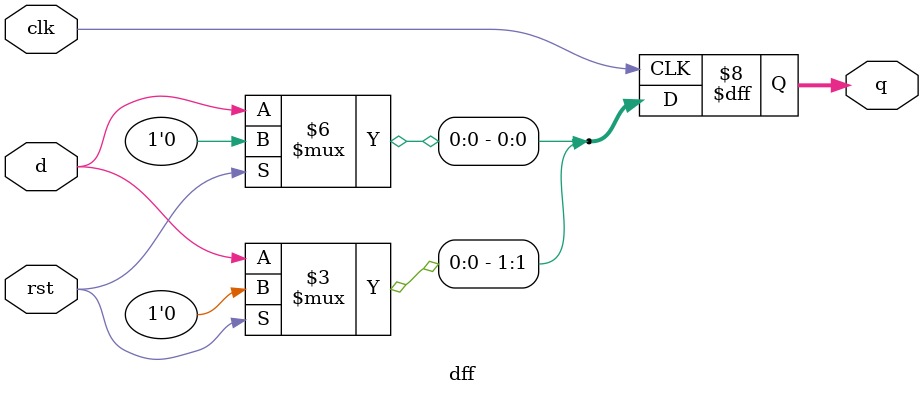
<source format=v>
module ass3_12(clk,rst,q);
	input clk,rst;
	output [1:0]q;
	wire p;//=1'b0;
	wire d1,d2;
	wire r;//=1'b0;
	assign r=~q[0];
	assign d1=r;
	assign p=~(q[1]);
	assign d2=(p^(q[0]));
	dff f1(clk,rst,d1,q[0]);
	dff f2(clk,rst,d2,q[1]);
endmodule

module dff(clk,rst,d,q);
	input clk,d,rst;
	output reg [1:0] q;
	always@(posedge clk)
		begin
			if(rst)
			begin
				q[0]<=0;
				q[1]<=0;
			end
			else
			begin
				q[0]<=d;
				q[1]<=d;
			end
		end
endmodule
	// always@(posedge clk)
	// 	begin
	// 		if(rst)
	// 			begin
	// 				q[0]<=1'b0;
	// 				q[1]<=1'b0;
	// 			end
	// 		else
	// 			begin
	// 				q[0]<=d1;
	// 				q[1]<=d2;
	// 			end
	// 	end
// // endmodule
// module tbass3_12();
//  	reg clk,rst;
//  	wire [1:0]q;
//  	always #5 clk=~clk;
// 	initial 
//  		begin
//  			clk=1'b0; rst=1'b1;
//  			#10 rst=1'b0;
//  			#1000 $stop;
//  		end
//  	ass3_12 a1(
//  		.clk	(clk),
//  		.rst	(rst),
//  		.q		(q));
// endmodule

// module tbass3__12();
// 	reg clk;
// 	reg d1,d2;
// 	wire [1:0]q;
// 	always #5 clk=~clk;

// 	initial 
// 		begin
// 			d1=1'b0; d2=1'b1;clk=1'b0;
// 			#10 d1=1'b0; d2=1'b0;
// 			#10 d1=1'b1; d2=1'b0;
// 			#10 d1=1'b1; d2=1'b1;
// 			#1000 $stop;
// 		end	
// 	ass3_12 a1(
// 		.clk	(clk),
// 		.d1		(d1),
// 		.d2		(d2),
// 		.q		(q));
// endmodule 
</source>
